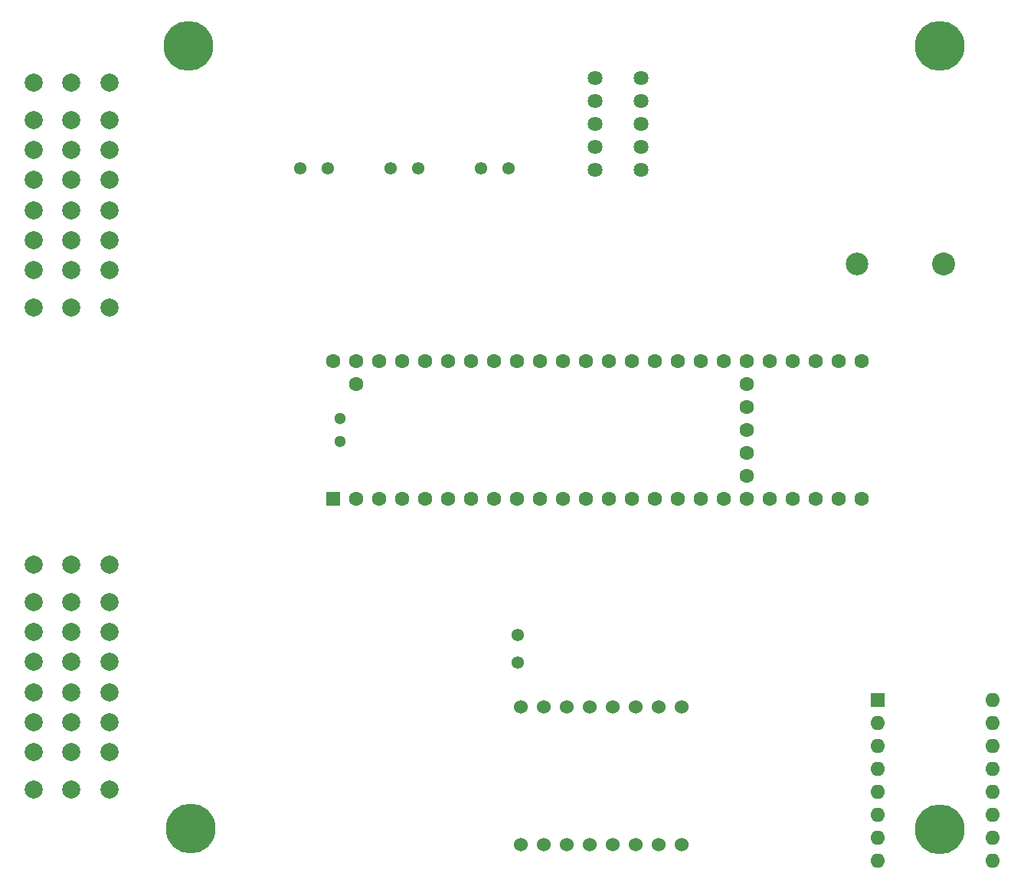
<source format=gbs>
G04 #@! TF.GenerationSoftware,KiCad,Pcbnew,7.0.11*
G04 #@! TF.CreationDate,2026-02-08T08:31:11+11:00*
G04 #@! TF.ProjectId,DropBear,44726f70-4265-4617-922e-6b696361645f,rev?*
G04 #@! TF.SameCoordinates,Original*
G04 #@! TF.FileFunction,Soldermask,Bot*
G04 #@! TF.FilePolarity,Negative*
%FSLAX46Y46*%
G04 Gerber Fmt 4.6, Leading zero omitted, Abs format (unit mm)*
G04 Created by KiCad (PCBNEW 7.0.11) date 2026-02-08 08:31:11*
%MOMM*%
%LPD*%
G01*
G04 APERTURE LIST*
%ADD10C,1.381000*%
%ADD11C,1.635000*%
%ADD12C,2.000000*%
%ADD13R,1.600000X1.600000*%
%ADD14O,1.600000X1.600000*%
%ADD15C,5.500000*%
%ADD16C,2.500000*%
%ADD17C,2.540000*%
%ADD18C,1.524000*%
%ADD19C,1.600000*%
%ADD20C,1.300000*%
G04 APERTURE END LIST*
D10*
X195500000Y-44000000D03*
X198500000Y-44000000D03*
D11*
X233172000Y-44196000D03*
X233172000Y-41656000D03*
X233172000Y-39116000D03*
X233172000Y-36576000D03*
X233172000Y-34036000D03*
X228092000Y-44196000D03*
X228092000Y-41656000D03*
X228092000Y-39116000D03*
X228092000Y-36576000D03*
X228092000Y-34036000D03*
D12*
X174396000Y-112805000D03*
X174396000Y-108655000D03*
X174396000Y-105325000D03*
X174396000Y-101995000D03*
X174396000Y-98665000D03*
X174396000Y-95335000D03*
X174396000Y-92005000D03*
X174396000Y-87855000D03*
X170196000Y-112805000D03*
X170196000Y-108655000D03*
X170196000Y-105325000D03*
X170196000Y-101995000D03*
X170196000Y-98665000D03*
X170196000Y-95335000D03*
X170196000Y-92005000D03*
X170196000Y-87855000D03*
X165996000Y-112805000D03*
X165996000Y-108655000D03*
X165996000Y-105325000D03*
X165996000Y-101995000D03*
X165996000Y-98665000D03*
X165996000Y-95335000D03*
X165996000Y-92005000D03*
X165996000Y-87855000D03*
X174396000Y-59465000D03*
X174396000Y-55315000D03*
X174396000Y-51985000D03*
X174396000Y-48655000D03*
X174396000Y-45325000D03*
X174396000Y-41995000D03*
X174396000Y-38665000D03*
X174396000Y-34515000D03*
X170196000Y-59465000D03*
X170196000Y-55315000D03*
X170196000Y-51985000D03*
X170196000Y-48655000D03*
X170196000Y-45325000D03*
X170196000Y-41995000D03*
X170196000Y-38665000D03*
X170196000Y-34515000D03*
X165996000Y-59465000D03*
X165996000Y-55315000D03*
X165996000Y-51985000D03*
X165996000Y-48655000D03*
X165996000Y-45325000D03*
X165996000Y-41995000D03*
X165996000Y-38665000D03*
X165996000Y-34515000D03*
D10*
X205500000Y-44000000D03*
X208500000Y-44000000D03*
D13*
X259334000Y-102870000D03*
D14*
X259334000Y-105410000D03*
X259334000Y-107950000D03*
X259334000Y-110490000D03*
X259334000Y-113030000D03*
X259334000Y-115570000D03*
X259334000Y-118110000D03*
X259334000Y-120650000D03*
X272034000Y-120650000D03*
X272034000Y-118110000D03*
X272034000Y-115570000D03*
X272034000Y-113030000D03*
X272034000Y-110490000D03*
X272034000Y-107950000D03*
X272034000Y-105410000D03*
X272034000Y-102870000D03*
D15*
X266160000Y-117200000D03*
X266160000Y-30500000D03*
X183102000Y-30480000D03*
D16*
X257040395Y-54610000D03*
D17*
X266570395Y-54610000D03*
D10*
X215500000Y-44000000D03*
X218500000Y-44000000D03*
X219500000Y-98706000D03*
X219500000Y-95706000D03*
D18*
X237693200Y-118872000D03*
X237693200Y-103632000D03*
X235153200Y-118872000D03*
X235153200Y-103632000D03*
X232613200Y-118872000D03*
X232613200Y-103632000D03*
X230073200Y-118872000D03*
X230073200Y-103632000D03*
X227533200Y-118872000D03*
X227533200Y-103632000D03*
X224993200Y-118872000D03*
X224993200Y-103632000D03*
X222453200Y-118872000D03*
X222453200Y-103632000D03*
X219913200Y-118872000D03*
X219913200Y-103632000D03*
D13*
X199136000Y-80620000D03*
D19*
X201676000Y-80620000D03*
X204216000Y-80620000D03*
X206756000Y-80620000D03*
X209296000Y-80620000D03*
X211836000Y-80620000D03*
X214376000Y-80620000D03*
X216916000Y-80620000D03*
X219456000Y-80620000D03*
X221996000Y-80620000D03*
X224536000Y-80620000D03*
X227076000Y-80620000D03*
X229616000Y-80620000D03*
X232156000Y-80620000D03*
X234696000Y-80620000D03*
X237236000Y-80620000D03*
X239776000Y-80620000D03*
X242316000Y-80620000D03*
X244856000Y-80620000D03*
X247396000Y-80620000D03*
X249936000Y-80620000D03*
X252476000Y-80620000D03*
X255016000Y-80620000D03*
X257556000Y-80620000D03*
X257556000Y-65380000D03*
X255016000Y-65380000D03*
X252476000Y-65380000D03*
X249936000Y-65380000D03*
X247396000Y-65380000D03*
X244856000Y-65380000D03*
X242316000Y-65380000D03*
X239776000Y-65380000D03*
X237236000Y-65380000D03*
X234696000Y-65380000D03*
X232156000Y-65380000D03*
X229616000Y-65380000D03*
X227076000Y-65380000D03*
X224536000Y-65380000D03*
X221996000Y-65380000D03*
X219456000Y-65380000D03*
X216916000Y-65380000D03*
X214376000Y-65380000D03*
X211836000Y-65380000D03*
X209296000Y-65380000D03*
X206756000Y-65380000D03*
X204216000Y-65380000D03*
X201676000Y-65380000D03*
X199136000Y-65380000D03*
X201676000Y-67920000D03*
X244856000Y-78080000D03*
X244856000Y-75540000D03*
X244856000Y-73000000D03*
X244856000Y-70460000D03*
X244856000Y-67920000D03*
D20*
X199866000Y-71730000D03*
X199866000Y-74270000D03*
D15*
X183388000Y-117094000D03*
M02*

</source>
